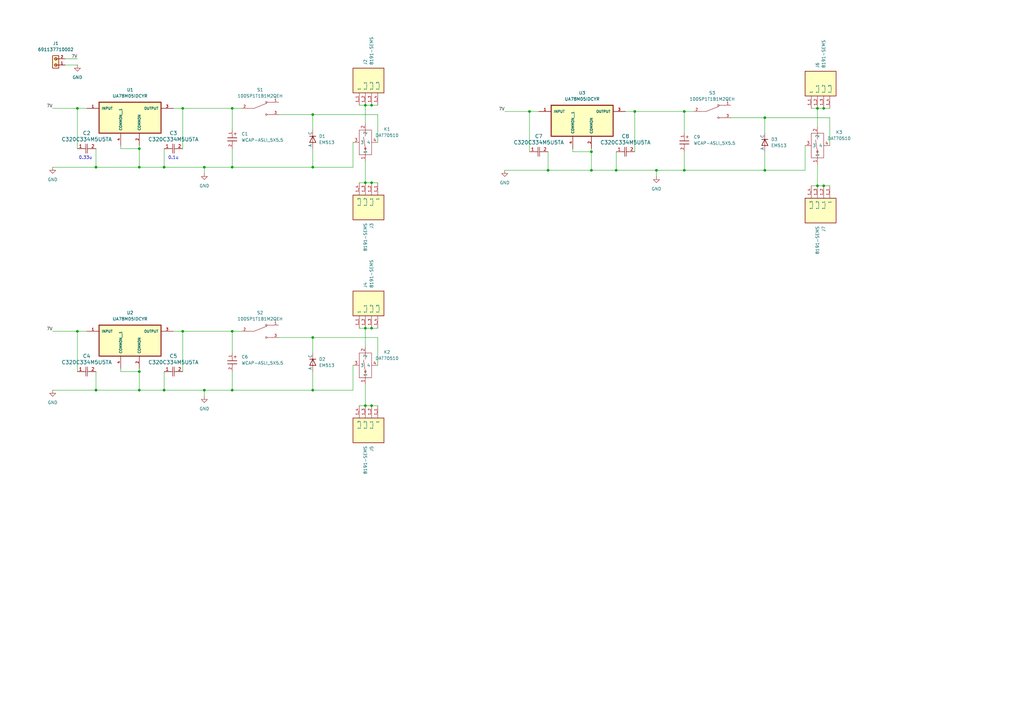
<source format=kicad_sch>
(kicad_sch (version 20250114) (generator "eeschema") (generator_version "9.0")
  (paper "A3")
  (lib_symbols
    (symbol "100SP1T1B1M2QEH:100SP1T1B1M2QEH" (pin_names (offset 1.016))
      (property "Reference" "S" (at -2.54 5.08 0))
      (property "Value" "100SP1T1B1M2QEH" (at -2.54 -5.08 0))
      (symbol "100SP1T1B1M2QEH_0_0"
        (polyline (pts (xy -2.54 0) (xy -5.08 0)) (stroke (width 0.1524)))
        (polyline (pts (xy -2.54 0) (xy 2.794 2.1336)) (stroke (width 0.1524)))
        (circle (center 2.54 2.54) (radius 0.3302) (stroke (width 0.1524)))
        (circle (center 2.54 -2.54) (radius 0.3302) (stroke (width 0.1524)))
        (polyline (pts (xy 5.08 2.54) (xy 2.921 2.54)) (stroke (width 0.1524)))
        (polyline (pts (xy 5.08 -2.54) (xy 2.921 -2.54)) (stroke (width 0.1524)))
        (pin passive line (at -7.62 0 0) (length 2.54) (name "~") (number "2"))
        (pin passive line (at 7.62 2.54 180) (length 2.54) (name "~") (number "1"))
        (pin passive line (at 7.62 -2.54 180) (length 2.54) (name "~") (number "3"))
      )
    )
    (symbol "2025-10-25_17-04-43:C320C334M5U5TA" (pin_names (offset 0.254))
      (property "Reference" "C" (at 3.81 3.81 0))
      (property "Value" "C320C334M5U5TA" (at 3.81 -3.81 0))
      (symbol "C320C334M5U5TA_1_1"
        (polyline (pts (xy 2.54 0) (xy 3.4798 0)) (stroke (width 0.2032)))
        (polyline (pts (xy 3.4798 -1.905) (xy 3.4798 1.905)) (stroke (width 0.2032)))
        (polyline (pts (xy 4.1148 0) (xy 5.08 0)) (stroke (width 0.2032)))
        (polyline (pts (xy 4.1148 -1.905) (xy 4.1148 1.905)) (stroke (width 0.2032)))
        (pin unspecified line (at 0 0 0) (length 2.54) (name "") (number "1"))
        (pin unspecified line (at 7.62 0 180) (length 2.54) (name "") (number "2"))
      )
      (symbol "C320C334M5U5TA_1_2"
        (polyline (pts (xy -1.905 -3.4798) (xy 1.905 -3.4798)) (stroke (width 0.2032)))
        (polyline (pts (xy -1.905 -4.1148) (xy 1.905 -4.1148)) (stroke (width 0.2032)))
        (polyline (pts (xy 0 -2.54) (xy 0 -3.4798)) (stroke (width 0.2032)))
        (polyline (pts (xy 0 -4.1148) (xy 0 -5.08)) (stroke (width 0.2032)))
        (pin unspecified line (at 0 0 270) (length 2.54) (name "") (number "1"))
        (pin unspecified line (at 0 -7.62 90) (length 2.54) (name "") (number "2"))
      )
    )
    (symbol "47u_cap_865080342006:WCAP-ASLI_5X5.5" (pin_names (offset 1.016))
      (property "Reference" "C" (at 1.175 3.38 0))
      (property "Value" "WCAP-ASLI_5X5.5" (at 0.915 -5.075 0))
      (symbol "WCAP-ASLI_5X5.5_0_0"
        (polyline (pts (xy 0 0) (xy 0.6426 0)) (stroke (width 0.1524)))
        (polyline (pts (xy 0.635 -1.905) (xy 0.635 1.905)) (stroke (width 0.254)))
        (polyline (pts (xy 1.905 1.905) (xy 1.905 -1.905)) (stroke (width 0.254)))
        (polyline (pts (xy 1.9279 0) (xy 2.5705 0)) (stroke (width 0.1524)))
        (text "+" (at 2.54 -1.905 0) (effects (font (size 1.4224 1.4224)) (justify left bottom)))
        (pin passive line (at -2.54 0 0) (length 2.54) (name "~") (number "2"))
        (pin passive line (at 5.08 0 180) (length 2.54) (name "~") (number "1"))
      )
    )
    (symbol "8191-SEMS:8191-SEMS" (pin_names (offset 1.016))
      (property "Reference" "J" (at -5.08 3.302 0))
      (property "Value" "8191-SEMS" (at -5.08 -12.7 0))
      (symbol "8191-SEMS_0_0"
        (rectangle (start -5.08 -10.16) (end 5.08 2.54) (stroke (width 0.254)) (fill (type background)))
        (pin passive line (at -10.16 0 0) (length 5.08) (name "1") (number "1_1"))
        (pin passive line (at -10.16 -2.54 0) (length 5.08) (name "1__1") (number "1_2"))
        (pin passive line (at -10.16 -5.08 0) (length 5.08) (name "1__2") (number "1_3"))
        (pin passive line (at -10.16 -7.62 0) (length 5.08) (name "1__3") (number "1_4"))
      )
    )
    (symbol "Relay:DAT70510"
      (property "Reference" "K" (at -4.318 3.556 0))
      (property "Value" "DAT70510" (at 0 -13.208 0))
      (symbol "DAT70510_0_1"
        (rectangle (start -5.08 2.54) (end 5.08 -2.54))
        (polyline (pts (xy -5.08 0) (xy -2.54 0)))
        (circle (center -2.54 0) (radius 0.3592))
        (polyline (pts (xy -2.54 0) (xy 2.286 0.762)))
        (polyline (pts (xy 5.08 0) (xy 2.54 0)))
      )
      (symbol "DAT70510_1_1"
        (pin passive line (at -7.62 0 0) (length 2.54) (name "1") (number "1"))
        (pin passive line (at 0 5.08 270) (length 2.54) (name "3") (number "3"))
        (pin passive line (at 0 -5.08 90) (length 2.54) (name "4") (number "4"))
        (pin passive line (at 7.62 0 180) (length 2.54) (name "2") (number "2"))
      )
    )
    (symbol "UA78M05IDCYR:UA78M05IDCYR" (pin_names (offset 1.016))
      (property "Reference" "U" (at -12.7 6.08 0))
      (property "Value" "UA78M05IDCYR" (at -6.858 -9.398 0))
      (symbol "UA78M05IDCYR_0_0"
        (rectangle (start -12.7 -7.62) (end 12.7 5.08) (stroke (width 0.41)) (fill (type background)))
        (pin input line (at -17.78 2.54 0) (length 5.08) (name "INPUT") (number "1"))
      )
      (symbol "UA78M05IDCYR_1_0"
        (pin input line (at -3.81 -12.7 90) (length 5.08) (name "COMMON__1") (number "4"))
        (pin input line (at 3.81 -12.7 90) (length 5.08) (name "COMMON") (number "2"))
        (pin output line (at 17.78 2.54 180) (length 5.08) (name "OUTPUT") (number "3"))
      )
    )
    (symbol "VSI_DPT:691137710002" (pin_names (offset 1.016))
      (property "Reference" "J" (at -4.88 -0.922 0))
      (property "Value" "691137710002" (at -4.83 -2.58 0))
      (symbol "691137710002_0_0"
        (rectangle (start -3.81 -2.54) (end 1.27 0) (stroke (width 0.254)) (fill (type background)))
        (circle (center -2.54 -1.27) (radius 0.508) (stroke (width 0.254)))
        (polyline (pts (xy -2.54 -1.778) (xy -2.54 -2.54)) (stroke (width 0.254)))
        (polyline (pts (xy -2.286 -1.016) (xy -2.794 -1.524)) (stroke (width 0.1524)))
        (circle (center 0 -1.27) (radius 0.508) (stroke (width 0.254)))
        (polyline (pts (xy 0 -1.778) (xy 0 -2.54)) (stroke (width 0.254)))
        (polyline (pts (xy 0.254 -1.016) (xy -0.254 -1.524)) (stroke (width 0.1524)))
        (pin passive line (at -2.54 -5.08 90) (length 2.54) (name "~") (number "1"))
        (pin passive line (at 0 -5.08 90) (length 2.54) (name "~") (number "2"))
      )
    )
    (symbol "diode:EM513" (pin_numbers (hide yes)) (pin_names (offset 0))
      (property "Reference" "D" (at 0 5.08 0))
      (property "Value" "EM513" (at 0 3.175 0))
      (symbol "EM513_0_1"
        (polyline (pts (xy -1.27 0) (xy 1.27 0)))
        (polyline (pts (xy -1.27 -1.27) (xy -1.27 1.27) (xy 1.27 0) (xy -1.27 -1.27)) (stroke (width 0.254)))
        (polyline (pts (xy 1.27 -1.27) (xy 1.27 1.27)) (stroke (width 0.254)))
      )
      (symbol "EM513_1_1"
        (pin passive line (at -3.81 0 0) (length 2.54) (name "A") (number "1"))
        (pin passive line (at 3.81 0 180) (length 2.54) (name "C") (number "2"))
      )
    )
    (symbol "power:GND" (power) (pin_numbers (hide yes)) (pin_names (offset 0) (hide yes))
      (property "Value" "GND" (at 0 -3.81 0))
      (symbol "GND_0_1"
        (polyline (pts (xy 0 0) (xy 0 -1.27) (xy 1.27 -1.27) (xy 0 -2.54) (xy -1.27 -1.27) (xy 0 -1.27)))
      )
      (symbol "GND_1_1"
        (pin power_in line (at 0 0 270) (length 0) (name "~") (number "1"))
      )
    )
  )
  (text "0.1u" (at 71.12 64.77 0) (effects (font (size 1.27 1.27))))
  (text "0.33u" (at 35.052 64.77 0) (effects (font (size 1.27 1.27))))
  (junction (at 57.15 68.58))
  (junction (at 152.4 74.93))
  (junction (at 149.86 74.93))
  (junction (at 83.82 68.58))
  (junction (at 39.37 160.02))
  (junction (at 242.57 62.23))
  (junction (at 95.25 135.89))
  (junction (at 128.27 138.43))
  (junction (at 149.86 134.62))
  (junction (at 39.37 68.58))
  (junction (at 313.69 69.85))
  (junction (at 149.86 166.37))
  (junction (at 31.75 135.89))
  (junction (at 128.27 160.02))
  (junction (at 95.25 160.02))
  (junction (at 152.4 166.37))
  (junction (at 67.31 68.58))
  (junction (at 57.15 152.4))
  (junction (at 149.86 43.18))
  (junction (at 280.67 69.85))
  (junction (at 95.25 44.45))
  (junction (at 95.25 68.58))
  (junction (at 74.93 135.89))
  (junction (at 128.27 68.58))
  (junction (at 337.82 76.2))
  (junction (at 57.15 60.96))
  (junction (at 83.82 160.02))
  (junction (at 252.73 69.85))
  (junction (at 74.93 44.45))
  (junction (at 152.4 43.18))
  (junction (at 335.28 44.45))
  (junction (at 337.82 44.45))
  (junction (at 260.35 45.72))
  (junction (at 313.69 48.26))
  (junction (at 57.15 160.02))
  (junction (at 242.57 69.85))
  (junction (at 217.17 45.72))
  (junction (at 67.31 160.02))
  (junction (at 152.4 134.62))
  (junction (at 269.24 69.85))
  (junction (at 224.79 69.85))
  (junction (at 31.75 44.45))
  (junction (at 128.27 46.99))
  (junction (at 335.28 76.2))
  (junction (at 280.67 45.72))
  (wire (pts (xy 74.93 135.89) (xy 95.25 135.89)))
  (wire (pts (xy 57.15 152.4) (xy 57.15 160.02)))
  (wire (pts (xy 280.67 69.85) (xy 313.69 69.85)))
  (wire (pts (xy 83.82 160.02) (xy 83.82 162.56)))
  (wire (pts (xy 260.35 45.72) (xy 260.35 62.23)))
  (wire (pts (xy 330.2 59.69) (xy 330.2 69.85)))
  (wire (pts (xy 242.57 60.96) (xy 242.57 62.23)))
  (wire (pts (xy 313.69 69.85) (xy 330.2 69.85)))
  (wire (pts (xy 144.78 58.42) (xy 144.78 68.58)))
  (wire (pts (xy 95.25 68.58) (xy 128.27 68.58)))
  (wire (pts (xy 95.25 44.45) (xy 95.25 53.34)))
  (wire (pts (xy 49.53 151.13) (xy 49.53 152.4)))
  (wire (pts (xy 83.82 160.02) (xy 95.25 160.02)))
  (wire (pts (xy 49.53 152.4) (xy 57.15 152.4)))
  (wire (pts (xy 340.36 48.26) (xy 340.36 59.69)))
  (wire (pts (xy 217.17 62.23) (xy 217.17 45.72)))
  (wire (pts (xy 39.37 60.96) (xy 39.37 68.58)))
  (wire (pts (xy 152.4 166.37) (xy 149.86 166.37)))
  (wire (pts (xy 21.59 135.89) (xy 31.75 135.89)))
  (wire (pts (xy 95.25 152.4) (xy 95.25 160.02)))
  (wire (pts (xy 149.86 166.37) (xy 147.32 166.37)))
  (wire (pts (xy 21.59 68.58) (xy 39.37 68.58)))
  (wire (pts (xy 95.25 60.96) (xy 95.25 68.58)))
  (wire (pts (xy 242.57 69.85) (xy 252.73 69.85)))
  (wire (pts (xy 26.67 24.13) (xy 31.75 24.13)))
  (wire (pts (xy 128.27 152.4) (xy 128.27 160.02)))
  (wire (pts (xy 74.93 44.45) (xy 74.93 60.96)))
  (wire (pts (xy 128.27 60.96) (xy 128.27 68.58)))
  (wire (pts (xy 256.54 45.72) (xy 260.35 45.72)))
  (wire (pts (xy 31.75 44.45) (xy 35.56 44.45)))
  (wire (pts (xy 154.94 74.93) (xy 152.4 74.93)))
  (wire (pts (xy 335.28 67.31) (xy 335.28 76.2)))
  (wire (pts (xy 21.59 44.45) (xy 31.75 44.45)))
  (wire (pts (xy 39.37 68.58) (xy 57.15 68.58)))
  (wire (pts (xy 71.12 44.45) (xy 74.93 44.45)))
  (wire (pts (xy 152.4 43.18) (xy 154.94 43.18)))
  (wire (pts (xy 57.15 68.58) (xy 67.31 68.58)))
  (wire (pts (xy 269.24 69.85) (xy 269.24 72.39)))
  (wire (pts (xy 337.82 76.2) (xy 335.28 76.2)))
  (wire (pts (xy 217.17 45.72) (xy 220.98 45.72)))
  (wire (pts (xy 57.15 60.96) (xy 57.15 68.58)))
  (wire (pts (xy 335.28 76.2) (xy 332.74 76.2)))
  (wire (pts (xy 74.93 135.89) (xy 74.93 152.4)))
  (wire (pts (xy 114.3 138.43) (xy 128.27 138.43)))
  (wire (pts (xy 280.67 45.72) (xy 284.48 45.72)))
  (wire (pts (xy 67.31 160.02) (xy 83.82 160.02)))
  (wire (pts (xy 149.86 74.93) (xy 147.32 74.93)))
  (wire (pts (xy 95.25 135.89) (xy 99.06 135.89)))
  (wire (pts (xy 149.86 157.48) (xy 149.86 166.37)))
  (wire (pts (xy 234.95 60.96) (xy 234.95 62.23)))
  (wire (pts (xy 39.37 152.4) (xy 39.37 160.02)))
  (wire (pts (xy 152.4 74.93) (xy 149.86 74.93)))
  (wire (pts (xy 149.86 134.62) (xy 152.4 134.62)))
  (wire (pts (xy 252.73 62.23) (xy 252.73 69.85)))
  (wire (pts (xy 26.67 26.67) (xy 31.75 26.67)))
  (wire (pts (xy 128.27 53.34) (xy 128.27 46.99)))
  (wire (pts (xy 95.25 44.45) (xy 99.06 44.45)))
  (wire (pts (xy 252.73 69.85) (xy 269.24 69.85)))
  (wire (pts (xy 234.95 62.23) (xy 242.57 62.23)))
  (wire (pts (xy 207.01 69.85) (xy 224.79 69.85)))
  (wire (pts (xy 144.78 149.86) (xy 144.78 160.02)))
  (wire (pts (xy 21.59 160.02) (xy 39.37 160.02)))
  (wire (pts (xy 31.75 60.96) (xy 31.75 44.45)))
  (wire (pts (xy 128.27 68.58) (xy 144.78 68.58)))
  (wire (pts (xy 313.69 62.23) (xy 313.69 69.85)))
  (wire (pts (xy 207.01 45.72) (xy 217.17 45.72)))
  (wire (pts (xy 149.86 134.62) (xy 149.86 142.24)))
  (wire (pts (xy 149.86 43.18) (xy 152.4 43.18)))
  (wire (pts (xy 83.82 68.58) (xy 83.82 71.12)))
  (wire (pts (xy 128.27 138.43) (xy 154.94 138.43)))
  (wire (pts (xy 154.94 138.43) (xy 154.94 149.86)))
  (wire (pts (xy 242.57 62.23) (xy 242.57 69.85)))
  (wire (pts (xy 83.82 68.58) (xy 95.25 68.58)))
  (wire (pts (xy 95.25 160.02) (xy 128.27 160.02)))
  (wire (pts (xy 57.15 160.02) (xy 67.31 160.02)))
  (wire (pts (xy 128.27 144.78) (xy 128.27 138.43)))
  (wire (pts (xy 280.67 62.23) (xy 280.67 69.85)))
  (wire (pts (xy 299.72 48.26) (xy 313.69 48.26)))
  (wire (pts (xy 95.25 135.89) (xy 95.25 144.78)))
  (wire (pts (xy 154.94 166.37) (xy 152.4 166.37)))
  (wire (pts (xy 260.35 45.72) (xy 280.67 45.72)))
  (wire (pts (xy 149.86 43.18) (xy 149.86 50.8)))
  (wire (pts (xy 49.53 60.96) (xy 57.15 60.96)))
  (wire (pts (xy 57.15 151.13) (xy 57.15 152.4)))
  (wire (pts (xy 67.31 60.96) (xy 67.31 68.58)))
  (wire (pts (xy 335.28 44.45) (xy 337.82 44.45)))
  (wire (pts (xy 280.67 45.72) (xy 280.67 54.61)))
  (wire (pts (xy 31.75 152.4) (xy 31.75 135.89)))
  (wire (pts (xy 149.86 66.04) (xy 149.86 74.93)))
  (wire (pts (xy 31.75 135.89) (xy 35.56 135.89)))
  (wire (pts (xy 224.79 69.85) (xy 242.57 69.85)))
  (wire (pts (xy 71.12 135.89) (xy 74.93 135.89)))
  (wire (pts (xy 335.28 44.45) (xy 335.28 52.07)))
  (wire (pts (xy 147.32 134.62) (xy 149.86 134.62)))
  (wire (pts (xy 337.82 44.45) (xy 340.36 44.45)))
  (wire (pts (xy 67.31 68.58) (xy 83.82 68.58)))
  (wire (pts (xy 57.15 59.69) (xy 57.15 60.96)))
  (wire (pts (xy 154.94 46.99) (xy 154.94 58.42)))
  (wire (pts (xy 67.31 152.4) (xy 67.31 160.02)))
  (wire (pts (xy 269.24 69.85) (xy 280.67 69.85)))
  (wire (pts (xy 313.69 54.61) (xy 313.69 48.26)))
  (wire (pts (xy 332.74 44.45) (xy 335.28 44.45)))
  (wire (pts (xy 128.27 46.99) (xy 154.94 46.99)))
  (wire (pts (xy 313.69 48.26) (xy 340.36 48.26)))
  (wire (pts (xy 224.79 62.23) (xy 224.79 69.85)))
  (wire (pts (xy 114.3 46.99) (xy 128.27 46.99)))
  (wire (pts (xy 147.32 43.18) (xy 149.86 43.18)))
  (wire (pts (xy 74.93 44.45) (xy 95.25 44.45)))
  (wire (pts (xy 39.37 160.02) (xy 57.15 160.02)))
  (wire (pts (xy 128.27 160.02) (xy 144.78 160.02)))
  (wire (pts (xy 340.36 76.2) (xy 337.82 76.2)))
  (wire (pts (xy 49.53 59.69) (xy 49.53 60.96)))
  (wire (pts (xy 152.4 134.62) (xy 154.94 134.62)))
  (label "7V" (at 21.59 44.45 180))
  (label "7V" (at 207.01 45.72 180))
  (label "7V" (at 21.59 135.89 180))
  (label "7V" (at 31.75 24.13 180))
  (symbol (lib_id "2025-10-25_17-04-43:C320C334M5U5TA") (at 252.73 62.23 0) (unit 1)
    (property "Reference" "C8" (at 256.54 55.88 0) (effects (font (size 1.524 1.524))))
    (property "Value" "C320C334M5U5TA" (at 256.54 58.42 0) (effects (font (size 1.524 1.524))))
    (property "Footprint" "ReedRelay:CAP_C320_KEM" (effects (hide yes)))
    (property "Datasheet" "C320C334M5U5TA" (effects (hide yes)))
  )
  (symbol (lib_id "100SP1T1B1M2QEH:100SP1T1B1M2QEH") (at 106.68 44.45 0) (unit 1)
    (property "Reference" "S1" (at 106.68 36.83 0))
    (property "Value" "100SP1T1B1M2QEH" (at 106.68 39.37 0))
    (property "Footprint" "ReedRelay:SW_100SP1T1B1M2QEH" (effects (hide yes)))
    (property "DigiKey_Part_Number" "EG2352-ND" (effects (hide yes)))
    (property "SnapEDA_Link" "https://www.snapeda.com/parts/100SP1T1B1M2QEH/E-Switch/view-part/?ref=snap" (effects (hide yes)))
    (property "MAXIMUM_PACKAGE_HEIGHT" "29.69 mm" (effects (hide yes)))
    (property "Package" "None" (effects (hide yes)))
    (property "Check_prices" "https://www.snapeda.com/parts/100SP1T1B1M2QEH/E-Switch/view-part/?ref=eda" (effects (hide yes)))
    (property "STANDARD" "Manufacturer Recommendations" (effects (hide yes)))
    (property "PARTREV" "B" (effects (hide yes)))
    (property "MF" "E-Switch" (effects (hide yes)))
    (property "MP" "100SP1T1B1M2QEH" (effects (hide yes)))
    (property "Description_1" "Toggle Switch, 100 Series, SPDT, ON-NONE-ON, Sealed, 5A, 120VAC, 28VDC, PC Pin | E-Switch 100SP1T1B1M2QEH" (effects (hide yes)))
    (property "SNAPEDA_PN" "100SP1T1B1M2QEH" (effects (hide yes)))
    (property "MANUFACTURER" "E-switch" (effects (hide yes)))
  )
  (symbol (lib_id "VSI_DPT:691137710002") (at 21.59 24.13 90) (unit 1)
    (property "Reference" "J1" (at 22.86 17.78 90))
    (property "Value" "691137710002" (at 22.86 20.32 90))
    (property "Footprint" "VSI_DPT:691137710002" (effects (hide yes)))
  )
  (symbol (lib_id "8191-SEMS:8191-SEMS") (at 147.32 33.02 90) (unit 1)
    (property "Reference" "J2" (at 149.8599 26.67 0) (effects (justify left)))
    (property "Value" "8191-SEMS" (at 152.3999 26.67 0) (effects (justify left)))
    (property "Footprint" "ReedRelay:KEYSTONE_8191-SEMS" (effects (hide yes)))
    (property "PARTREV" "G" (effects (hide yes)))
    (property "STANDARD" "Manufacturer Recommendations" (effects (hide yes)))
    (property "MAXIMUM_PACKAGE_HEIGHT" "5.33 mm" (effects (hide yes)))
    (property "MANUFACTURER" "Keystone Electronics" (effects (hide yes)))
  )
  (symbol (lib_id "UA78M05IDCYR:UA78M05IDCYR") (at 53.34 46.99 0) (unit 1)
    (property "Reference" "U1" (at 53.34 36.83 0))
    (property "Value" "UA78M05IDCYR" (at 53.34 39.37 0))
    (property "Footprint" "ReedRelay:SOT230P700X180-4N" (effects (hide yes)))
  )
  (symbol (lib_id "8191-SEMS:8191-SEMS") (at 154.94 176.53 270) (unit 1)
    (property "Reference" "J5" (at 152.4001 182.88 0) (effects (justify left)))
    (property "Value" "8191-SEMS" (at 149.8601 182.88 0) (effects (justify left)))
    (property "Footprint" "ReedRelay:KEYSTONE_8191-SEMS" (effects (hide yes)))
    (property "PARTREV" "G" (effects (hide yes)))
    (property "STANDARD" "Manufacturer Recommendations" (effects (hide yes)))
    (property "MAXIMUM_PACKAGE_HEIGHT" "5.33 mm" (effects (hide yes)))
    (property "MANUFACTURER" "Keystone Electronics" (effects (hide yes)))
  )
  (symbol (lib_id "2025-10-25_17-04-43:C320C334M5U5TA") (at 31.75 152.4 0) (unit 1)
    (property "Reference" "C4" (at 35.56 146.05 0) (effects (font (size 1.524 1.524))))
    (property "Value" "C320C334M5U5TA" (at 35.56 148.59 0) (effects (font (size 1.524 1.524))))
    (property "Footprint" "ReedRelay:CAP_C320_KEM" (effects (hide yes)))
    (property "Datasheet" "C320C334M5U5TA" (effects (hide yes)))
  )
  (symbol (lib_id "2025-10-25_17-04-43:C320C334M5U5TA") (at 31.75 60.96 0) (unit 1)
    (property "Reference" "C2" (at 35.56 54.61 0) (effects (font (size 1.524 1.524))))
    (property "Value" "C320C334M5U5TA" (at 35.56 57.15 0) (effects (font (size 1.524 1.524))))
    (property "Footprint" "ReedRelay:CAP_C320_KEM" (effects (hide yes)))
    (property "Datasheet" "C320C334M5U5TA" (effects (hide yes)))
  )
  (symbol (lib_id "Relay:DAT70510") (at 335.28 59.69 90) (unit 1)
    (property "Reference" "K3" (at 344.17 54.2446 90))
    (property "Value" "DAT70510" (at 344.17 56.7846 90))
    (property "Footprint" "ReedRelay:DAT70510" (effects (hide yes)))
  )
  (symbol (lib_id "diode:EM513") (at 128.27 148.59 90) (unit 1)
    (property "Reference" "D2" (at 130.81 147.3199 90) (effects (justify right)))
    (property "Value" "EM513" (at 130.81 149.8599 90) (effects (justify right)))
    (property "Footprint" "ReedRelay:P1_DO-41" (effects (hide yes)))
    (property "Datasheet" "https://diotec.com/de/produktliste/D.html" (effects (hide yes)))
    (property "Description" "Diode" (effects (hide yes)))
  )
  (symbol (lib_id "100SP1T1B1M2QEH:100SP1T1B1M2QEH") (at 106.68 135.89 0) (unit 1)
    (property "Reference" "S2" (at 106.68 128.27 0))
    (property "Value" "100SP1T1B1M2QEH" (at 106.68 130.81 0))
    (property "Footprint" "ReedRelay:SW_100SP1T1B1M2QEH" (effects (hide yes)))
    (property "DigiKey_Part_Number" "EG2352-ND" (effects (hide yes)))
    (property "SnapEDA_Link" "https://www.snapeda.com/parts/100SP1T1B1M2QEH/E-Switch/view-part/?ref=snap" (effects (hide yes)))
    (property "MAXIMUM_PACKAGE_HEIGHT" "29.69 mm" (effects (hide yes)))
    (property "Package" "None" (effects (hide yes)))
    (property "Check_prices" "https://www.snapeda.com/parts/100SP1T1B1M2QEH/E-Switch/view-part/?ref=eda" (effects (hide yes)))
    (property "STANDARD" "Manufacturer Recommendations" (effects (hide yes)))
    (property "PARTREV" "B" (effects (hide yes)))
    (property "MF" "E-Switch" (effects (hide yes)))
    (property "MP" "100SP1T1B1M2QEH" (effects (hide yes)))
    (property "Description_1" "Toggle Switch, 100 Series, SPDT, ON-NONE-ON, Sealed, 5A, 120VAC, 28VDC, PC Pin | E-Switch 100SP1T1B1M2QEH" (effects (hide yes)))
    (property "SNAPEDA_PN" "100SP1T1B1M2QEH" (effects (hide yes)))
    (property "MANUFACTURER" "E-switch" (effects (hide yes)))
  )
  (symbol (lib_id "power:GND") (at 207.01 69.85 0) (unit 1)
    (property "Reference" "#PWR06" (effects (hide yes)))
    (property "Value" "GND" (at 207.01 74.93 0))
    (property "Description" "Power symbol creates a global label with name \"GND\" , ground" (effects (hide yes)))
  )
  (symbol (lib_id "47u_cap_865080342006:WCAP-ASLI_5X5.5") (at 95.25 58.42 90) (unit 1)
    (property "Reference" "C1" (at 99.06 54.913 90) (effects (justify right)))
    (property "Value" "WCAP-ASLI_5X5.5" (at 99.06 57.453 90) (effects (justify right)))
    (property "Footprint" "ReedRelay:47u_cap_865080342006" (effects (hide yes)))
  )
  (symbol (lib_id "UA78M05IDCYR:UA78M05IDCYR") (at 53.34 138.43 0) (unit 1)
    (property "Reference" "U2" (at 53.34 128.27 0))
    (property "Value" "UA78M05IDCYR" (at 53.34 130.81 0))
    (property "Footprint" "ReedRelay:SOT230P700X180-4N" (effects (hide yes)))
  )
  (symbol (lib_id "2025-10-25_17-04-43:C320C334M5U5TA") (at 67.31 60.96 0) (unit 1)
    (property "Reference" "C3" (at 71.12 54.61 0) (effects (font (size 1.524 1.524))))
    (property "Value" "C320C334M5U5TA" (at 71.12 57.15 0) (effects (font (size 1.524 1.524))))
    (property "Footprint" "ReedRelay:CAP_C320_KEM" (effects (hide yes)))
    (property "Datasheet" "C320C334M5U5TA" (effects (hide yes)))
  )
  (symbol (lib_id "Relay:DAT70510") (at 149.86 149.86 90) (unit 1)
    (property "Reference" "K2" (at 158.75 144.4146 90))
    (property "Value" "DAT70510" (at 158.75 146.9546 90))
    (property "Footprint" "ReedRelay:DAT70510" (effects (hide yes)))
  )
  (symbol (lib_id "Relay:DAT70510") (at 149.86 58.42 90) (unit 1)
    (property "Reference" "K1" (at 158.75 52.9746 90))
    (property "Value" "DAT70510" (at 158.75 55.5146 90))
    (property "Footprint" "ReedRelay:DAT70510" (effects (hide yes)))
  )
  (symbol (lib_id "2025-10-25_17-04-43:C320C334M5U5TA") (at 217.17 62.23 0) (unit 1)
    (property "Reference" "C7" (at 220.98 55.88 0) (effects (font (size 1.524 1.524))))
    (property "Value" "C320C334M5U5TA" (at 220.98 58.42 0) (effects (font (size 1.524 1.524))))
    (property "Footprint" "ReedRelay:CAP_C320_KEM" (effects (hide yes)))
    (property "Datasheet" "C320C334M5U5TA" (effects (hide yes)))
  )
  (symbol (lib_id "47u_cap_865080342006:WCAP-ASLI_5X5.5") (at 280.67 59.69 90) (unit 1)
    (property "Reference" "C9" (at 284.48 56.183 90) (effects (justify right)))
    (property "Value" "WCAP-ASLI_5X5.5" (at 284.48 58.723 90) (effects (justify right)))
    (property "Footprint" "ReedRelay:47u_cap_865080342006" (effects (hide yes)))
  )
  (symbol (lib_id "8191-SEMS:8191-SEMS") (at 332.74 34.29 90) (unit 1)
    (property "Reference" "J6" (at 335.2799 27.94 0) (effects (justify left)))
    (property "Value" "8191-SEMS" (at 337.8199 27.94 0) (effects (justify left)))
    (property "Footprint" "ReedRelay:KEYSTONE_8191-SEMS" (effects (hide yes)))
    (property "PARTREV" "G" (effects (hide yes)))
    (property "STANDARD" "Manufacturer Recommendations" (effects (hide yes)))
    (property "MAXIMUM_PACKAGE_HEIGHT" "5.33 mm" (effects (hide yes)))
    (property "MANUFACTURER" "Keystone Electronics" (effects (hide yes)))
  )
  (symbol (lib_id "power:GND") (at 83.82 162.56 0) (unit 1)
    (property "Reference" "#PWR05" (effects (hide yes)))
    (property "Value" "GND" (at 83.82 167.64 0))
    (property "Description" "Power symbol creates a global label with name \"GND\" , ground" (effects (hide yes)))
  )
  (symbol (lib_id "diode:EM513") (at 313.69 58.42 90) (unit 1)
    (property "Reference" "D3" (at 316.23 57.1499 90) (effects (justify right)))
    (property "Value" "EM513" (at 316.23 59.6899 90) (effects (justify right)))
    (property "Footprint" "ReedRelay:P1_DO-41" (effects (hide yes)))
    (property "Datasheet" "https://diotec.com/de/produktliste/D.html" (effects (hide yes)))
    (property "Description" "Diode" (effects (hide yes)))
  )
  (symbol (lib_id "8191-SEMS:8191-SEMS") (at 147.32 124.46 90) (unit 1)
    (property "Reference" "J4" (at 149.8599 118.11 0) (effects (justify left)))
    (property "Value" "8191-SEMS" (at 152.3999 118.11 0) (effects (justify left)))
    (property "Footprint" "ReedRelay:KEYSTONE_8191-SEMS" (effects (hide yes)))
    (property "PARTREV" "G" (effects (hide yes)))
    (property "STANDARD" "Manufacturer Recommendations" (effects (hide yes)))
    (property "MAXIMUM_PACKAGE_HEIGHT" "5.33 mm" (effects (hide yes)))
    (property "MANUFACTURER" "Keystone Electronics" (effects (hide yes)))
  )
  (symbol (lib_id "8191-SEMS:8191-SEMS") (at 154.94 85.09 270) (unit 1)
    (property "Reference" "J3" (at 152.4001 91.44 0) (effects (justify left)))
    (property "Value" "8191-SEMS" (at 149.8601 91.44 0) (effects (justify left)))
    (property "Footprint" "ReedRelay:KEYSTONE_8191-SEMS" (effects (hide yes)))
    (property "PARTREV" "G" (effects (hide yes)))
    (property "STANDARD" "Manufacturer Recommendations" (effects (hide yes)))
    (property "MAXIMUM_PACKAGE_HEIGHT" "5.33 mm" (effects (hide yes)))
    (property "MANUFACTURER" "Keystone Electronics" (effects (hide yes)))
  )
  (symbol (lib_id "47u_cap_865080342006:WCAP-ASLI_5X5.5") (at 95.25 149.86 90) (unit 1)
    (property "Reference" "C6" (at 99.06 146.353 90) (effects (justify right)))
    (property "Value" "WCAP-ASLI_5X5.5" (at 99.06 148.893 90) (effects (justify right)))
    (property "Footprint" "ReedRelay:47u_cap_865080342006" (effects (hide yes)))
  )
  (symbol (lib_id "power:GND") (at 21.59 160.02 0) (unit 1)
    (property "Reference" "#PWR04" (effects (hide yes)))
    (property "Value" "GND" (at 21.59 165.1 0))
    (property "Description" "Power symbol creates a global label with name \"GND\" , ground" (effects (hide yes)))
  )
  (symbol (lib_id "power:GND") (at 21.59 68.58 0) (unit 1)
    (property "Reference" "#PWR03" (effects (hide yes)))
    (property "Value" "GND" (at 21.59 73.66 0))
    (property "Description" "Power symbol creates a global label with name \"GND\" , ground" (effects (hide yes)))
  )
  (symbol (lib_id "2025-10-25_17-04-43:C320C334M5U5TA") (at 67.31 152.4 0) (unit 1)
    (property "Reference" "C5" (at 71.12 146.05 0) (effects (font (size 1.524 1.524))))
    (property "Value" "C320C334M5U5TA" (at 71.12 148.59 0) (effects (font (size 1.524 1.524))))
    (property "Footprint" "ReedRelay:CAP_C320_KEM" (effects (hide yes)))
    (property "Datasheet" "C320C334M5U5TA" (effects (hide yes)))
  )
  (symbol (lib_id "UA78M05IDCYR:UA78M05IDCYR") (at 238.76 48.26 0) (unit 1)
    (property "Reference" "U3" (at 238.76 38.1 0))
    (property "Value" "UA78M05IDCYR" (at 238.76 40.64 0))
    (property "Footprint" "ReedRelay:SOT230P700X180-4N" (effects (hide yes)))
  )
  (symbol (lib_id "power:GND") (at 269.24 72.39 0) (unit 1)
    (property "Reference" "#PWR07" (effects (hide yes)))
    (property "Value" "GND" (at 269.24 77.47 0))
    (property "Description" "Power symbol creates a global label with name \"GND\" , ground" (effects (hide yes)))
  )
  (symbol (lib_id "power:GND") (at 31.75 26.67 0) (unit 1)
    (property "Reference" "#PWR02" (effects (hide yes)))
    (property "Value" "GND" (at 31.75 31.75 0))
    (property "Description" "Power symbol creates a global label with name \"GND\" , ground" (effects (hide yes)))
  )
  (symbol (lib_id "8191-SEMS:8191-SEMS") (at 340.36 86.36 270) (unit 1)
    (property "Reference" "J7" (at 337.8201 92.71 0) (effects (justify left)))
    (property "Value" "8191-SEMS" (at 335.2801 92.71 0) (effects (justify left)))
    (property "Footprint" "ReedRelay:KEYSTONE_8191-SEMS" (effects (hide yes)))
    (property "PARTREV" "G" (effects (hide yes)))
    (property "STANDARD" "Manufacturer Recommendations" (effects (hide yes)))
    (property "MAXIMUM_PACKAGE_HEIGHT" "5.33 mm" (effects (hide yes)))
    (property "MANUFACTURER" "Keystone Electronics" (effects (hide yes)))
  )
  (symbol (lib_id "diode:EM513") (at 128.27 57.15 90) (unit 1)
    (property "Reference" "D1" (at 130.81 55.8799 90) (effects (justify right)))
    (property "Value" "EM513" (at 130.81 58.4199 90) (effects (justify right)))
    (property "Footprint" "ReedRelay:P1_DO-41" (effects (hide yes)))
    (property "Datasheet" "https://diotec.com/de/produktliste/D.html" (effects (hide yes)))
    (property "Description" "Diode" (effects (hide yes)))
  )
  (symbol (lib_id "100SP1T1B1M2QEH:100SP1T1B1M2QEH") (at 292.1 45.72 0) (unit 1)
    (property "Reference" "S3" (at 292.1 38.1 0))
    (property "Value" "100SP1T1B1M2QEH" (at 292.1 40.64 0))
    (property "Footprint" "ReedRelay:SW_100SP1T1B1M2QEH" (effects (hide yes)))
    (property "DigiKey_Part_Number" "EG2352-ND" (effects (hide yes)))
    (property "SnapEDA_Link" "https://www.snapeda.com/parts/100SP1T1B1M2QEH/E-Switch/view-part/?ref=snap" (effects (hide yes)))
    (property "MAXIMUM_PACKAGE_HEIGHT" "29.69 mm" (effects (hide yes)))
    (property "Package" "None" (effects (hide yes)))
    (property "Check_prices" "https://www.snapeda.com/parts/100SP1T1B1M2QEH/E-Switch/view-part/?ref=eda" (effects (hide yes)))
    (property "STANDARD" "Manufacturer Recommendations" (effects (hide yes)))
    (property "PARTREV" "B" (effects (hide yes)))
    (property "MF" "E-Switch" (effects (hide yes)))
    (property "MP" "100SP1T1B1M2QEH" (effects (hide yes)))
    (property "Description_1" "Toggle Switch, 100 Series, SPDT, ON-NONE-ON, Sealed, 5A, 120VAC, 28VDC, PC Pin | E-Switch 100SP1T1B1M2QEH" (effects (hide yes)))
    (property "SNAPEDA_PN" "100SP1T1B1M2QEH" (effects (hide yes)))
    (property "MANUFACTURER" "E-switch" (effects (hide yes)))
  )
  (symbol (lib_id "power:GND") (at 83.82 71.12 0) (unit 1)
    (property "Reference" "#PWR01" (effects (hide yes)))
    (property "Value" "GND" (at 83.82 76.2 0))
    (property "Description" "Power symbol creates a global label with name \"GND\" , ground" (effects (hide yes)))
  )
)
</source>
